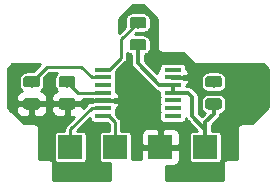
<source format=gbr>
G04 #@! TF.GenerationSoftware,KiCad,Pcbnew,(5.1.2)-2*
G04 #@! TF.CreationDate,2019-12-09T19:24:06+00:00*
G04 #@! TF.ProjectId,encoder_pcb,656e636f-6465-4725-9f70-63622e6b6963,rev?*
G04 #@! TF.SameCoordinates,Original*
G04 #@! TF.FileFunction,Copper,L1,Top*
G04 #@! TF.FilePolarity,Positive*
%FSLAX46Y46*%
G04 Gerber Fmt 4.6, Leading zero omitted, Abs format (unit mm)*
G04 Created by KiCad (PCBNEW (5.1.2)-2) date 2019-12-09 19:24:06*
%MOMM*%
%LPD*%
G04 APERTURE LIST*
%ADD10R,2.000000X2.000000*%
%ADD11R,1.475000X0.450000*%
%ADD12C,0.100000*%
%ADD13C,0.975000*%
%ADD14C,0.375000*%
%ADD15C,0.250000*%
%ADD16C,0.254000*%
G04 APERTURE END LIST*
D10*
X104285000Y-118600000D03*
X108095000Y-118600000D03*
X111905000Y-118600000D03*
X115715000Y-118600000D03*
D11*
X112938000Y-112050000D03*
X112938000Y-112700000D03*
X112938000Y-113350000D03*
X112938000Y-114000000D03*
X112938000Y-114650000D03*
X112938000Y-115300000D03*
X112938000Y-115950000D03*
X107062000Y-115950000D03*
X107062000Y-115300000D03*
X107062000Y-114650000D03*
X107062000Y-114000000D03*
X107062000Y-113350000D03*
X107062000Y-112700000D03*
X107062000Y-112050000D03*
D12*
G36*
X104480142Y-114451174D02*
G01*
X104503803Y-114454684D01*
X104527007Y-114460496D01*
X104549529Y-114468554D01*
X104571153Y-114478782D01*
X104591670Y-114491079D01*
X104610883Y-114505329D01*
X104628607Y-114521393D01*
X104644671Y-114539117D01*
X104658921Y-114558330D01*
X104671218Y-114578847D01*
X104681446Y-114600471D01*
X104689504Y-114622993D01*
X104695316Y-114646197D01*
X104698826Y-114669858D01*
X104700000Y-114693750D01*
X104700000Y-115181250D01*
X104698826Y-115205142D01*
X104695316Y-115228803D01*
X104689504Y-115252007D01*
X104681446Y-115274529D01*
X104671218Y-115296153D01*
X104658921Y-115316670D01*
X104644671Y-115335883D01*
X104628607Y-115353607D01*
X104610883Y-115369671D01*
X104591670Y-115383921D01*
X104571153Y-115396218D01*
X104549529Y-115406446D01*
X104527007Y-115414504D01*
X104503803Y-115420316D01*
X104480142Y-115423826D01*
X104456250Y-115425000D01*
X103543750Y-115425000D01*
X103519858Y-115423826D01*
X103496197Y-115420316D01*
X103472993Y-115414504D01*
X103450471Y-115406446D01*
X103428847Y-115396218D01*
X103408330Y-115383921D01*
X103389117Y-115369671D01*
X103371393Y-115353607D01*
X103355329Y-115335883D01*
X103341079Y-115316670D01*
X103328782Y-115296153D01*
X103318554Y-115274529D01*
X103310496Y-115252007D01*
X103304684Y-115228803D01*
X103301174Y-115205142D01*
X103300000Y-115181250D01*
X103300000Y-114693750D01*
X103301174Y-114669858D01*
X103304684Y-114646197D01*
X103310496Y-114622993D01*
X103318554Y-114600471D01*
X103328782Y-114578847D01*
X103341079Y-114558330D01*
X103355329Y-114539117D01*
X103371393Y-114521393D01*
X103389117Y-114505329D01*
X103408330Y-114491079D01*
X103428847Y-114478782D01*
X103450471Y-114468554D01*
X103472993Y-114460496D01*
X103496197Y-114454684D01*
X103519858Y-114451174D01*
X103543750Y-114450000D01*
X104456250Y-114450000D01*
X104480142Y-114451174D01*
X104480142Y-114451174D01*
G37*
D13*
X104000000Y-114937500D03*
D12*
G36*
X104480142Y-112576174D02*
G01*
X104503803Y-112579684D01*
X104527007Y-112585496D01*
X104549529Y-112593554D01*
X104571153Y-112603782D01*
X104591670Y-112616079D01*
X104610883Y-112630329D01*
X104628607Y-112646393D01*
X104644671Y-112664117D01*
X104658921Y-112683330D01*
X104671218Y-112703847D01*
X104681446Y-112725471D01*
X104689504Y-112747993D01*
X104695316Y-112771197D01*
X104698826Y-112794858D01*
X104700000Y-112818750D01*
X104700000Y-113306250D01*
X104698826Y-113330142D01*
X104695316Y-113353803D01*
X104689504Y-113377007D01*
X104681446Y-113399529D01*
X104671218Y-113421153D01*
X104658921Y-113441670D01*
X104644671Y-113460883D01*
X104628607Y-113478607D01*
X104610883Y-113494671D01*
X104591670Y-113508921D01*
X104571153Y-113521218D01*
X104549529Y-113531446D01*
X104527007Y-113539504D01*
X104503803Y-113545316D01*
X104480142Y-113548826D01*
X104456250Y-113550000D01*
X103543750Y-113550000D01*
X103519858Y-113548826D01*
X103496197Y-113545316D01*
X103472993Y-113539504D01*
X103450471Y-113531446D01*
X103428847Y-113521218D01*
X103408330Y-113508921D01*
X103389117Y-113494671D01*
X103371393Y-113478607D01*
X103355329Y-113460883D01*
X103341079Y-113441670D01*
X103328782Y-113421153D01*
X103318554Y-113399529D01*
X103310496Y-113377007D01*
X103304684Y-113353803D01*
X103301174Y-113330142D01*
X103300000Y-113306250D01*
X103300000Y-112818750D01*
X103301174Y-112794858D01*
X103304684Y-112771197D01*
X103310496Y-112747993D01*
X103318554Y-112725471D01*
X103328782Y-112703847D01*
X103341079Y-112683330D01*
X103355329Y-112664117D01*
X103371393Y-112646393D01*
X103389117Y-112630329D01*
X103408330Y-112616079D01*
X103428847Y-112603782D01*
X103450471Y-112593554D01*
X103472993Y-112585496D01*
X103496197Y-112579684D01*
X103519858Y-112576174D01*
X103543750Y-112575000D01*
X104456250Y-112575000D01*
X104480142Y-112576174D01*
X104480142Y-112576174D01*
G37*
D13*
X104000000Y-113062500D03*
D12*
G36*
X101480142Y-114451174D02*
G01*
X101503803Y-114454684D01*
X101527007Y-114460496D01*
X101549529Y-114468554D01*
X101571153Y-114478782D01*
X101591670Y-114491079D01*
X101610883Y-114505329D01*
X101628607Y-114521393D01*
X101644671Y-114539117D01*
X101658921Y-114558330D01*
X101671218Y-114578847D01*
X101681446Y-114600471D01*
X101689504Y-114622993D01*
X101695316Y-114646197D01*
X101698826Y-114669858D01*
X101700000Y-114693750D01*
X101700000Y-115181250D01*
X101698826Y-115205142D01*
X101695316Y-115228803D01*
X101689504Y-115252007D01*
X101681446Y-115274529D01*
X101671218Y-115296153D01*
X101658921Y-115316670D01*
X101644671Y-115335883D01*
X101628607Y-115353607D01*
X101610883Y-115369671D01*
X101591670Y-115383921D01*
X101571153Y-115396218D01*
X101549529Y-115406446D01*
X101527007Y-115414504D01*
X101503803Y-115420316D01*
X101480142Y-115423826D01*
X101456250Y-115425000D01*
X100543750Y-115425000D01*
X100519858Y-115423826D01*
X100496197Y-115420316D01*
X100472993Y-115414504D01*
X100450471Y-115406446D01*
X100428847Y-115396218D01*
X100408330Y-115383921D01*
X100389117Y-115369671D01*
X100371393Y-115353607D01*
X100355329Y-115335883D01*
X100341079Y-115316670D01*
X100328782Y-115296153D01*
X100318554Y-115274529D01*
X100310496Y-115252007D01*
X100304684Y-115228803D01*
X100301174Y-115205142D01*
X100300000Y-115181250D01*
X100300000Y-114693750D01*
X100301174Y-114669858D01*
X100304684Y-114646197D01*
X100310496Y-114622993D01*
X100318554Y-114600471D01*
X100328782Y-114578847D01*
X100341079Y-114558330D01*
X100355329Y-114539117D01*
X100371393Y-114521393D01*
X100389117Y-114505329D01*
X100408330Y-114491079D01*
X100428847Y-114478782D01*
X100450471Y-114468554D01*
X100472993Y-114460496D01*
X100496197Y-114454684D01*
X100519858Y-114451174D01*
X100543750Y-114450000D01*
X101456250Y-114450000D01*
X101480142Y-114451174D01*
X101480142Y-114451174D01*
G37*
D13*
X101000000Y-114937500D03*
D12*
G36*
X101480142Y-112576174D02*
G01*
X101503803Y-112579684D01*
X101527007Y-112585496D01*
X101549529Y-112593554D01*
X101571153Y-112603782D01*
X101591670Y-112616079D01*
X101610883Y-112630329D01*
X101628607Y-112646393D01*
X101644671Y-112664117D01*
X101658921Y-112683330D01*
X101671218Y-112703847D01*
X101681446Y-112725471D01*
X101689504Y-112747993D01*
X101695316Y-112771197D01*
X101698826Y-112794858D01*
X101700000Y-112818750D01*
X101700000Y-113306250D01*
X101698826Y-113330142D01*
X101695316Y-113353803D01*
X101689504Y-113377007D01*
X101681446Y-113399529D01*
X101671218Y-113421153D01*
X101658921Y-113441670D01*
X101644671Y-113460883D01*
X101628607Y-113478607D01*
X101610883Y-113494671D01*
X101591670Y-113508921D01*
X101571153Y-113521218D01*
X101549529Y-113531446D01*
X101527007Y-113539504D01*
X101503803Y-113545316D01*
X101480142Y-113548826D01*
X101456250Y-113550000D01*
X100543750Y-113550000D01*
X100519858Y-113548826D01*
X100496197Y-113545316D01*
X100472993Y-113539504D01*
X100450471Y-113531446D01*
X100428847Y-113521218D01*
X100408330Y-113508921D01*
X100389117Y-113494671D01*
X100371393Y-113478607D01*
X100355329Y-113460883D01*
X100341079Y-113441670D01*
X100328782Y-113421153D01*
X100318554Y-113399529D01*
X100310496Y-113377007D01*
X100304684Y-113353803D01*
X100301174Y-113330142D01*
X100300000Y-113306250D01*
X100300000Y-112818750D01*
X100301174Y-112794858D01*
X100304684Y-112771197D01*
X100310496Y-112747993D01*
X100318554Y-112725471D01*
X100328782Y-112703847D01*
X100341079Y-112683330D01*
X100355329Y-112664117D01*
X100371393Y-112646393D01*
X100389117Y-112630329D01*
X100408330Y-112616079D01*
X100428847Y-112603782D01*
X100450471Y-112593554D01*
X100472993Y-112585496D01*
X100496197Y-112579684D01*
X100519858Y-112576174D01*
X100543750Y-112575000D01*
X101456250Y-112575000D01*
X101480142Y-112576174D01*
X101480142Y-112576174D01*
G37*
D13*
X101000000Y-113062500D03*
D12*
G36*
X110480142Y-107576174D02*
G01*
X110503803Y-107579684D01*
X110527007Y-107585496D01*
X110549529Y-107593554D01*
X110571153Y-107603782D01*
X110591670Y-107616079D01*
X110610883Y-107630329D01*
X110628607Y-107646393D01*
X110644671Y-107664117D01*
X110658921Y-107683330D01*
X110671218Y-107703847D01*
X110681446Y-107725471D01*
X110689504Y-107747993D01*
X110695316Y-107771197D01*
X110698826Y-107794858D01*
X110700000Y-107818750D01*
X110700000Y-108306250D01*
X110698826Y-108330142D01*
X110695316Y-108353803D01*
X110689504Y-108377007D01*
X110681446Y-108399529D01*
X110671218Y-108421153D01*
X110658921Y-108441670D01*
X110644671Y-108460883D01*
X110628607Y-108478607D01*
X110610883Y-108494671D01*
X110591670Y-108508921D01*
X110571153Y-108521218D01*
X110549529Y-108531446D01*
X110527007Y-108539504D01*
X110503803Y-108545316D01*
X110480142Y-108548826D01*
X110456250Y-108550000D01*
X109543750Y-108550000D01*
X109519858Y-108548826D01*
X109496197Y-108545316D01*
X109472993Y-108539504D01*
X109450471Y-108531446D01*
X109428847Y-108521218D01*
X109408330Y-108508921D01*
X109389117Y-108494671D01*
X109371393Y-108478607D01*
X109355329Y-108460883D01*
X109341079Y-108441670D01*
X109328782Y-108421153D01*
X109318554Y-108399529D01*
X109310496Y-108377007D01*
X109304684Y-108353803D01*
X109301174Y-108330142D01*
X109300000Y-108306250D01*
X109300000Y-107818750D01*
X109301174Y-107794858D01*
X109304684Y-107771197D01*
X109310496Y-107747993D01*
X109318554Y-107725471D01*
X109328782Y-107703847D01*
X109341079Y-107683330D01*
X109355329Y-107664117D01*
X109371393Y-107646393D01*
X109389117Y-107630329D01*
X109408330Y-107616079D01*
X109428847Y-107603782D01*
X109450471Y-107593554D01*
X109472993Y-107585496D01*
X109496197Y-107579684D01*
X109519858Y-107576174D01*
X109543750Y-107575000D01*
X110456250Y-107575000D01*
X110480142Y-107576174D01*
X110480142Y-107576174D01*
G37*
D13*
X110000000Y-108062500D03*
D12*
G36*
X110480142Y-109451174D02*
G01*
X110503803Y-109454684D01*
X110527007Y-109460496D01*
X110549529Y-109468554D01*
X110571153Y-109478782D01*
X110591670Y-109491079D01*
X110610883Y-109505329D01*
X110628607Y-109521393D01*
X110644671Y-109539117D01*
X110658921Y-109558330D01*
X110671218Y-109578847D01*
X110681446Y-109600471D01*
X110689504Y-109622993D01*
X110695316Y-109646197D01*
X110698826Y-109669858D01*
X110700000Y-109693750D01*
X110700000Y-110181250D01*
X110698826Y-110205142D01*
X110695316Y-110228803D01*
X110689504Y-110252007D01*
X110681446Y-110274529D01*
X110671218Y-110296153D01*
X110658921Y-110316670D01*
X110644671Y-110335883D01*
X110628607Y-110353607D01*
X110610883Y-110369671D01*
X110591670Y-110383921D01*
X110571153Y-110396218D01*
X110549529Y-110406446D01*
X110527007Y-110414504D01*
X110503803Y-110420316D01*
X110480142Y-110423826D01*
X110456250Y-110425000D01*
X109543750Y-110425000D01*
X109519858Y-110423826D01*
X109496197Y-110420316D01*
X109472993Y-110414504D01*
X109450471Y-110406446D01*
X109428847Y-110396218D01*
X109408330Y-110383921D01*
X109389117Y-110369671D01*
X109371393Y-110353607D01*
X109355329Y-110335883D01*
X109341079Y-110316670D01*
X109328782Y-110296153D01*
X109318554Y-110274529D01*
X109310496Y-110252007D01*
X109304684Y-110228803D01*
X109301174Y-110205142D01*
X109300000Y-110181250D01*
X109300000Y-109693750D01*
X109301174Y-109669858D01*
X109304684Y-109646197D01*
X109310496Y-109622993D01*
X109318554Y-109600471D01*
X109328782Y-109578847D01*
X109341079Y-109558330D01*
X109355329Y-109539117D01*
X109371393Y-109521393D01*
X109389117Y-109505329D01*
X109408330Y-109491079D01*
X109428847Y-109478782D01*
X109450471Y-109468554D01*
X109472993Y-109460496D01*
X109496197Y-109454684D01*
X109519858Y-109451174D01*
X109543750Y-109450000D01*
X110456250Y-109450000D01*
X110480142Y-109451174D01*
X110480142Y-109451174D01*
G37*
D13*
X110000000Y-109937500D03*
D12*
G36*
X116880142Y-112576174D02*
G01*
X116903803Y-112579684D01*
X116927007Y-112585496D01*
X116949529Y-112593554D01*
X116971153Y-112603782D01*
X116991670Y-112616079D01*
X117010883Y-112630329D01*
X117028607Y-112646393D01*
X117044671Y-112664117D01*
X117058921Y-112683330D01*
X117071218Y-112703847D01*
X117081446Y-112725471D01*
X117089504Y-112747993D01*
X117095316Y-112771197D01*
X117098826Y-112794858D01*
X117100000Y-112818750D01*
X117100000Y-113306250D01*
X117098826Y-113330142D01*
X117095316Y-113353803D01*
X117089504Y-113377007D01*
X117081446Y-113399529D01*
X117071218Y-113421153D01*
X117058921Y-113441670D01*
X117044671Y-113460883D01*
X117028607Y-113478607D01*
X117010883Y-113494671D01*
X116991670Y-113508921D01*
X116971153Y-113521218D01*
X116949529Y-113531446D01*
X116927007Y-113539504D01*
X116903803Y-113545316D01*
X116880142Y-113548826D01*
X116856250Y-113550000D01*
X115943750Y-113550000D01*
X115919858Y-113548826D01*
X115896197Y-113545316D01*
X115872993Y-113539504D01*
X115850471Y-113531446D01*
X115828847Y-113521218D01*
X115808330Y-113508921D01*
X115789117Y-113494671D01*
X115771393Y-113478607D01*
X115755329Y-113460883D01*
X115741079Y-113441670D01*
X115728782Y-113421153D01*
X115718554Y-113399529D01*
X115710496Y-113377007D01*
X115704684Y-113353803D01*
X115701174Y-113330142D01*
X115700000Y-113306250D01*
X115700000Y-112818750D01*
X115701174Y-112794858D01*
X115704684Y-112771197D01*
X115710496Y-112747993D01*
X115718554Y-112725471D01*
X115728782Y-112703847D01*
X115741079Y-112683330D01*
X115755329Y-112664117D01*
X115771393Y-112646393D01*
X115789117Y-112630329D01*
X115808330Y-112616079D01*
X115828847Y-112603782D01*
X115850471Y-112593554D01*
X115872993Y-112585496D01*
X115896197Y-112579684D01*
X115919858Y-112576174D01*
X115943750Y-112575000D01*
X116856250Y-112575000D01*
X116880142Y-112576174D01*
X116880142Y-112576174D01*
G37*
D13*
X116400000Y-113062500D03*
D12*
G36*
X116880142Y-114451174D02*
G01*
X116903803Y-114454684D01*
X116927007Y-114460496D01*
X116949529Y-114468554D01*
X116971153Y-114478782D01*
X116991670Y-114491079D01*
X117010883Y-114505329D01*
X117028607Y-114521393D01*
X117044671Y-114539117D01*
X117058921Y-114558330D01*
X117071218Y-114578847D01*
X117081446Y-114600471D01*
X117089504Y-114622993D01*
X117095316Y-114646197D01*
X117098826Y-114669858D01*
X117100000Y-114693750D01*
X117100000Y-115181250D01*
X117098826Y-115205142D01*
X117095316Y-115228803D01*
X117089504Y-115252007D01*
X117081446Y-115274529D01*
X117071218Y-115296153D01*
X117058921Y-115316670D01*
X117044671Y-115335883D01*
X117028607Y-115353607D01*
X117010883Y-115369671D01*
X116991670Y-115383921D01*
X116971153Y-115396218D01*
X116949529Y-115406446D01*
X116927007Y-115414504D01*
X116903803Y-115420316D01*
X116880142Y-115423826D01*
X116856250Y-115425000D01*
X115943750Y-115425000D01*
X115919858Y-115423826D01*
X115896197Y-115420316D01*
X115872993Y-115414504D01*
X115850471Y-115406446D01*
X115828847Y-115396218D01*
X115808330Y-115383921D01*
X115789117Y-115369671D01*
X115771393Y-115353607D01*
X115755329Y-115335883D01*
X115741079Y-115316670D01*
X115728782Y-115296153D01*
X115718554Y-115274529D01*
X115710496Y-115252007D01*
X115704684Y-115228803D01*
X115701174Y-115205142D01*
X115700000Y-115181250D01*
X115700000Y-114693750D01*
X115701174Y-114669858D01*
X115704684Y-114646197D01*
X115710496Y-114622993D01*
X115718554Y-114600471D01*
X115728782Y-114578847D01*
X115741079Y-114558330D01*
X115755329Y-114539117D01*
X115771393Y-114521393D01*
X115789117Y-114505329D01*
X115808330Y-114491079D01*
X115828847Y-114478782D01*
X115850471Y-114468554D01*
X115872993Y-114460496D01*
X115896197Y-114454684D01*
X115919858Y-114451174D01*
X115943750Y-114450000D01*
X116856250Y-114450000D01*
X116880142Y-114451174D01*
X116880142Y-114451174D01*
G37*
D13*
X116400000Y-114937500D03*
D14*
X112938000Y-113350000D02*
X112938000Y-114000000D01*
X112938000Y-114000000D02*
X114200000Y-114000000D01*
X114200000Y-114000000D02*
X114600000Y-114400000D01*
X114600000Y-114400000D02*
X114600000Y-116000000D01*
X115715000Y-117115000D02*
X115715000Y-118600000D01*
X114600000Y-116000000D02*
X115715000Y-117115000D01*
X115715000Y-117115000D02*
X115715000Y-116485000D01*
X115715000Y-116485000D02*
X116400000Y-115800000D01*
X116400000Y-115800000D02*
X116400000Y-114937500D01*
X111825500Y-113350000D02*
X112938000Y-113350000D01*
X110000000Y-111524500D02*
X111825500Y-113350000D01*
X110000000Y-109937500D02*
X110000000Y-111524500D01*
D15*
X107062000Y-115950000D02*
X107550000Y-115950000D01*
X108095000Y-116495000D02*
X108095000Y-118600000D01*
X107550000Y-115950000D02*
X108095000Y-116495000D01*
X104285000Y-117350000D02*
X104285000Y-118600000D01*
X104285000Y-117089500D02*
X104285000Y-117350000D01*
X106074500Y-115300000D02*
X104285000Y-117089500D01*
X107062000Y-115300000D02*
X106074500Y-115300000D01*
X104937500Y-114000000D02*
X107062000Y-114000000D01*
X104000000Y-113062500D02*
X104937500Y-114000000D01*
X110000000Y-108062500D02*
X108600000Y-109462500D01*
X108600000Y-109462500D02*
X108600000Y-111024500D01*
X107574500Y-112050000D02*
X107062000Y-112050000D01*
X108600000Y-111024500D02*
X107574500Y-112050000D01*
X106074500Y-112700000D02*
X105174500Y-111800000D01*
X107062000Y-112700000D02*
X106074500Y-112700000D01*
X102262500Y-111800000D02*
X101000000Y-113062500D01*
X105174500Y-111800000D02*
X102262500Y-111800000D01*
D16*
G36*
X111594001Y-107768171D02*
G01*
X111594000Y-110180059D01*
X111592036Y-110200000D01*
X111599875Y-110279590D01*
X111623090Y-110356121D01*
X111660790Y-110426653D01*
X111711526Y-110488474D01*
X111773347Y-110539210D01*
X111843879Y-110576910D01*
X111920410Y-110600125D01*
X111936828Y-110601742D01*
X112000000Y-110607964D01*
X112019940Y-110606000D01*
X113831831Y-110606000D01*
X114698813Y-111472984D01*
X114711526Y-111488474D01*
X114727013Y-111501184D01*
X114727015Y-111501186D01*
X114773347Y-111539210D01*
X114843878Y-111576910D01*
X114920410Y-111600125D01*
X115000000Y-111607964D01*
X115019941Y-111606000D01*
X120631831Y-111606000D01*
X120994001Y-111968172D01*
X120994000Y-115231830D01*
X119631831Y-116594000D01*
X118819941Y-116594000D01*
X118800000Y-116592036D01*
X118780060Y-116594000D01*
X118780059Y-116594000D01*
X118720410Y-116599875D01*
X118643879Y-116623090D01*
X118573347Y-116660790D01*
X118511526Y-116711526D01*
X118460790Y-116773347D01*
X118423090Y-116843879D01*
X118399875Y-116920410D01*
X118392036Y-117000000D01*
X118394001Y-117019951D01*
X118394000Y-119594000D01*
X117619941Y-119594000D01*
X117600000Y-119592036D01*
X117580060Y-119594000D01*
X117580059Y-119594000D01*
X117520410Y-119599875D01*
X117443879Y-119623090D01*
X117373347Y-119660790D01*
X117311526Y-119711526D01*
X117260790Y-119773347D01*
X117223090Y-119843879D01*
X117199875Y-119920410D01*
X117192036Y-120000000D01*
X117194001Y-120019951D01*
X117194000Y-121394000D01*
X112406000Y-121394000D01*
X112406000Y-120235926D01*
X112905000Y-120238072D01*
X113029482Y-120225812D01*
X113149180Y-120189502D01*
X113259494Y-120130537D01*
X113356185Y-120051185D01*
X113435537Y-119954494D01*
X113494502Y-119844180D01*
X113530812Y-119724482D01*
X113543072Y-119600000D01*
X113540000Y-118885750D01*
X113381250Y-118727000D01*
X112032000Y-118727000D01*
X112032000Y-118747000D01*
X111778000Y-118747000D01*
X111778000Y-118727000D01*
X110428750Y-118727000D01*
X110270000Y-118885750D01*
X110266954Y-119594000D01*
X109477843Y-119594000D01*
X109477843Y-117600000D01*
X110266928Y-117600000D01*
X110270000Y-118314250D01*
X110428750Y-118473000D01*
X111778000Y-118473000D01*
X111778000Y-117123750D01*
X112032000Y-117123750D01*
X112032000Y-118473000D01*
X113381250Y-118473000D01*
X113540000Y-118314250D01*
X113543072Y-117600000D01*
X113530812Y-117475518D01*
X113494502Y-117355820D01*
X113435537Y-117245506D01*
X113356185Y-117148815D01*
X113259494Y-117069463D01*
X113149180Y-117010498D01*
X113029482Y-116974188D01*
X112905000Y-116961928D01*
X112190750Y-116965000D01*
X112032000Y-117123750D01*
X111778000Y-117123750D01*
X111619250Y-116965000D01*
X110905000Y-116961928D01*
X110780518Y-116974188D01*
X110660820Y-117010498D01*
X110550506Y-117069463D01*
X110453815Y-117148815D01*
X110374463Y-117245506D01*
X110315498Y-117355820D01*
X110279188Y-117475518D01*
X110266928Y-117600000D01*
X109477843Y-117600000D01*
X109470487Y-117525311D01*
X109448701Y-117453492D01*
X109413322Y-117387304D01*
X109365711Y-117329289D01*
X109307696Y-117281678D01*
X109241508Y-117246299D01*
X109169689Y-117224513D01*
X109095000Y-117217157D01*
X108601000Y-117217157D01*
X108601000Y-116519845D01*
X108603447Y-116494999D01*
X108601000Y-116470153D01*
X108601000Y-116470146D01*
X108593678Y-116395807D01*
X108589565Y-116382246D01*
X108582899Y-116360274D01*
X108564745Y-116300425D01*
X108517759Y-116212521D01*
X108454527Y-116135473D01*
X108435220Y-116119628D01*
X108182343Y-115866751D01*
X108182343Y-115725000D01*
X108174987Y-115650311D01*
X108167309Y-115625000D01*
X108174987Y-115599689D01*
X108182343Y-115525000D01*
X108182343Y-115381866D01*
X108243846Y-115332922D01*
X108324644Y-115237436D01*
X108385261Y-115128021D01*
X108423368Y-115008883D01*
X108434500Y-114906750D01*
X108275750Y-114748000D01*
X107995961Y-114748000D01*
X107946008Y-114721299D01*
X107874189Y-114699513D01*
X107799500Y-114692157D01*
X106324500Y-114692157D01*
X106249811Y-114699513D01*
X106177992Y-114721299D01*
X106128039Y-114748000D01*
X105848250Y-114748000D01*
X105689500Y-114906750D01*
X105695658Y-114963250D01*
X105336510Y-115322399D01*
X105335000Y-115223250D01*
X105176250Y-115064500D01*
X104127000Y-115064500D01*
X104127000Y-115901250D01*
X104285750Y-116060000D01*
X104596603Y-116062305D01*
X103944785Y-116714124D01*
X103925473Y-116729973D01*
X103862241Y-116807021D01*
X103815255Y-116894926D01*
X103786322Y-116990308D01*
X103779000Y-117064647D01*
X103779000Y-117064654D01*
X103776553Y-117089500D01*
X103779000Y-117114346D01*
X103779000Y-117217157D01*
X103285000Y-117217157D01*
X103210311Y-117224513D01*
X103138492Y-117246299D01*
X103072304Y-117281678D01*
X103014289Y-117329289D01*
X102966678Y-117387304D01*
X102931299Y-117453492D01*
X102909513Y-117525311D01*
X102902157Y-117600000D01*
X102902157Y-119600000D01*
X102909513Y-119674689D01*
X102931299Y-119746508D01*
X102966678Y-119812696D01*
X103014289Y-119870711D01*
X103072304Y-119918322D01*
X103138492Y-119953701D01*
X103210311Y-119975487D01*
X103285000Y-119982843D01*
X105285000Y-119982843D01*
X105359689Y-119975487D01*
X105431508Y-119953701D01*
X105497696Y-119918322D01*
X105555711Y-119870711D01*
X105603322Y-119812696D01*
X105638701Y-119746508D01*
X105660487Y-119674689D01*
X105667843Y-119600000D01*
X105667843Y-117600000D01*
X105660487Y-117525311D01*
X105638701Y-117453492D01*
X105603322Y-117387304D01*
X105555711Y-117329289D01*
X105497696Y-117281678D01*
X105431508Y-117246299D01*
X105359689Y-117224513D01*
X105285000Y-117217157D01*
X104872934Y-117217157D01*
X105941657Y-116148435D01*
X105941657Y-116175000D01*
X105949013Y-116249689D01*
X105970799Y-116321508D01*
X106006178Y-116387696D01*
X106053789Y-116445711D01*
X106111804Y-116493322D01*
X106177992Y-116528701D01*
X106249811Y-116550487D01*
X106324500Y-116557843D01*
X107442252Y-116557843D01*
X107589000Y-116704592D01*
X107589000Y-117217157D01*
X107095000Y-117217157D01*
X107020311Y-117224513D01*
X106948492Y-117246299D01*
X106882304Y-117281678D01*
X106824289Y-117329289D01*
X106776678Y-117387304D01*
X106741299Y-117453492D01*
X106719513Y-117525311D01*
X106712157Y-117600000D01*
X106712157Y-119600000D01*
X106719513Y-119674689D01*
X106741299Y-119746508D01*
X106776678Y-119812696D01*
X106824289Y-119870711D01*
X106882304Y-119918322D01*
X106948492Y-119953701D01*
X107020311Y-119975487D01*
X107095000Y-119982843D01*
X107593726Y-119982843D01*
X107592036Y-120000000D01*
X107594000Y-120019940D01*
X107594001Y-121394000D01*
X102806000Y-121394000D01*
X102806000Y-120019940D01*
X102807964Y-120000000D01*
X102800125Y-119920410D01*
X102776910Y-119843879D01*
X102739210Y-119773347D01*
X102688474Y-119711526D01*
X102626653Y-119660790D01*
X102556121Y-119623090D01*
X102479590Y-119599875D01*
X102419941Y-119594000D01*
X102419940Y-119594000D01*
X102400000Y-119592036D01*
X102380059Y-119594000D01*
X101606000Y-119594000D01*
X101606000Y-117019941D01*
X101607964Y-117000000D01*
X101600125Y-116920410D01*
X101576910Y-116843879D01*
X101539210Y-116773347D01*
X101488474Y-116711526D01*
X101426653Y-116660790D01*
X101356121Y-116623090D01*
X101279590Y-116599875D01*
X101219941Y-116594000D01*
X101200000Y-116592036D01*
X101180060Y-116594000D01*
X100368170Y-116594000D01*
X99199170Y-115425000D01*
X99661928Y-115425000D01*
X99674188Y-115549482D01*
X99710498Y-115669180D01*
X99769463Y-115779494D01*
X99848815Y-115876185D01*
X99945506Y-115955537D01*
X100055820Y-116014502D01*
X100175518Y-116050812D01*
X100300000Y-116063072D01*
X100714250Y-116060000D01*
X100873000Y-115901250D01*
X100873000Y-115064500D01*
X101127000Y-115064500D01*
X101127000Y-115901250D01*
X101285750Y-116060000D01*
X101700000Y-116063072D01*
X101824482Y-116050812D01*
X101944180Y-116014502D01*
X102054494Y-115955537D01*
X102151185Y-115876185D01*
X102230537Y-115779494D01*
X102289502Y-115669180D01*
X102325812Y-115549482D01*
X102338072Y-115425000D01*
X102661928Y-115425000D01*
X102674188Y-115549482D01*
X102710498Y-115669180D01*
X102769463Y-115779494D01*
X102848815Y-115876185D01*
X102945506Y-115955537D01*
X103055820Y-116014502D01*
X103175518Y-116050812D01*
X103300000Y-116063072D01*
X103714250Y-116060000D01*
X103873000Y-115901250D01*
X103873000Y-115064500D01*
X102823750Y-115064500D01*
X102665000Y-115223250D01*
X102661928Y-115425000D01*
X102338072Y-115425000D01*
X102335000Y-115223250D01*
X102176250Y-115064500D01*
X101127000Y-115064500D01*
X100873000Y-115064500D01*
X99823750Y-115064500D01*
X99665000Y-115223250D01*
X99661928Y-115425000D01*
X99199170Y-115425000D01*
X99006000Y-115231831D01*
X99006000Y-111968169D01*
X99368171Y-111606000D01*
X101740908Y-111606000D01*
X101154752Y-112192157D01*
X100543750Y-112192157D01*
X100421508Y-112204197D01*
X100303963Y-112239854D01*
X100195634Y-112297757D01*
X100100682Y-112375682D01*
X100022757Y-112470634D01*
X99964854Y-112578963D01*
X99929197Y-112696508D01*
X99917157Y-112818750D01*
X99917157Y-113306250D01*
X99929197Y-113428492D01*
X99964854Y-113546037D01*
X100022757Y-113654366D01*
X100100682Y-113749318D01*
X100190155Y-113822746D01*
X100175518Y-113824188D01*
X100055820Y-113860498D01*
X99945506Y-113919463D01*
X99848815Y-113998815D01*
X99769463Y-114095506D01*
X99710498Y-114205820D01*
X99674188Y-114325518D01*
X99661928Y-114450000D01*
X99665000Y-114651750D01*
X99823750Y-114810500D01*
X100873000Y-114810500D01*
X100873000Y-114790500D01*
X101127000Y-114790500D01*
X101127000Y-114810500D01*
X102176250Y-114810500D01*
X102335000Y-114651750D01*
X102338072Y-114450000D01*
X102325812Y-114325518D01*
X102289502Y-114205820D01*
X102230537Y-114095506D01*
X102151185Y-113998815D01*
X102054494Y-113919463D01*
X101944180Y-113860498D01*
X101824482Y-113824188D01*
X101809845Y-113822746D01*
X101899318Y-113749318D01*
X101977243Y-113654366D01*
X102035146Y-113546037D01*
X102070803Y-113428492D01*
X102082843Y-113306250D01*
X102082843Y-112818750D01*
X102071770Y-112706322D01*
X102472092Y-112306000D01*
X103185590Y-112306000D01*
X103100682Y-112375682D01*
X103022757Y-112470634D01*
X102964854Y-112578963D01*
X102929197Y-112696508D01*
X102917157Y-112818750D01*
X102917157Y-113306250D01*
X102929197Y-113428492D01*
X102964854Y-113546037D01*
X103022757Y-113654366D01*
X103100682Y-113749318D01*
X103190155Y-113822746D01*
X103175518Y-113824188D01*
X103055820Y-113860498D01*
X102945506Y-113919463D01*
X102848815Y-113998815D01*
X102769463Y-114095506D01*
X102710498Y-114205820D01*
X102674188Y-114325518D01*
X102661928Y-114450000D01*
X102665000Y-114651750D01*
X102823750Y-114810500D01*
X103873000Y-114810500D01*
X103873000Y-114790500D01*
X104127000Y-114790500D01*
X104127000Y-114810500D01*
X105176250Y-114810500D01*
X105335000Y-114651750D01*
X105337219Y-114506000D01*
X105802250Y-114506000D01*
X105848250Y-114552000D01*
X106128039Y-114552000D01*
X106177992Y-114578701D01*
X106249811Y-114600487D01*
X106324500Y-114607843D01*
X107799500Y-114607843D01*
X107874189Y-114600487D01*
X107946008Y-114578701D01*
X107995961Y-114552000D01*
X108275750Y-114552000D01*
X108434500Y-114393250D01*
X108423368Y-114291117D01*
X108385261Y-114171979D01*
X108324644Y-114062564D01*
X108243846Y-113967078D01*
X108182343Y-113918134D01*
X108182343Y-113775000D01*
X108174987Y-113700311D01*
X108167309Y-113675000D01*
X108174987Y-113649689D01*
X108182343Y-113575000D01*
X108182343Y-113125000D01*
X108174987Y-113050311D01*
X108167309Y-113025000D01*
X108174987Y-112999689D01*
X108182343Y-112925000D01*
X108182343Y-112475000D01*
X108174987Y-112400311D01*
X108167309Y-112375000D01*
X108174987Y-112349689D01*
X108182343Y-112275000D01*
X108182343Y-112157748D01*
X108940220Y-111399872D01*
X108959527Y-111384027D01*
X109022759Y-111306979D01*
X109069745Y-111219075D01*
X109098678Y-111123693D01*
X109106000Y-111049354D01*
X109106000Y-111049347D01*
X109108447Y-111024501D01*
X109106000Y-110999655D01*
X109106000Y-110628682D01*
X109195634Y-110702243D01*
X109303963Y-110760146D01*
X109421508Y-110795803D01*
X109431501Y-110796787D01*
X109431501Y-111496571D01*
X109428750Y-111524500D01*
X109439727Y-111635945D01*
X109472234Y-111743107D01*
X109525023Y-111841870D01*
X109578266Y-111906746D01*
X109578269Y-111906749D01*
X109596066Y-111928435D01*
X109617752Y-111946232D01*
X111403768Y-113732249D01*
X111421565Y-113753935D01*
X111443251Y-113771732D01*
X111443253Y-113771734D01*
X111508130Y-113824977D01*
X111535724Y-113839726D01*
X111606892Y-113877766D01*
X111714055Y-113910274D01*
X111797578Y-113918500D01*
X111797580Y-113918500D01*
X111817657Y-113920477D01*
X111817657Y-114225000D01*
X111825013Y-114299689D01*
X111832691Y-114325000D01*
X111825013Y-114350311D01*
X111817657Y-114425000D01*
X111817657Y-114875000D01*
X111825013Y-114949689D01*
X111832691Y-114975000D01*
X111825013Y-115000311D01*
X111817657Y-115075000D01*
X111817657Y-115525000D01*
X111825013Y-115599689D01*
X111832691Y-115625000D01*
X111825013Y-115650311D01*
X111817657Y-115725000D01*
X111817657Y-116175000D01*
X111825013Y-116249689D01*
X111846799Y-116321508D01*
X111882178Y-116387696D01*
X111929789Y-116445711D01*
X111987804Y-116493322D01*
X112053992Y-116528701D01*
X112125811Y-116550487D01*
X112200500Y-116557843D01*
X113675500Y-116557843D01*
X113750189Y-116550487D01*
X113822008Y-116528701D01*
X113888196Y-116493322D01*
X113946211Y-116445711D01*
X113993822Y-116387696D01*
X114029201Y-116321508D01*
X114050987Y-116249689D01*
X114058343Y-116175000D01*
X114058343Y-116172814D01*
X114072234Y-116218607D01*
X114125023Y-116317370D01*
X114178266Y-116382246D01*
X114178269Y-116382249D01*
X114196066Y-116403935D01*
X114217752Y-116421732D01*
X115013177Y-117217157D01*
X114715000Y-117217157D01*
X114640311Y-117224513D01*
X114568492Y-117246299D01*
X114502304Y-117281678D01*
X114444289Y-117329289D01*
X114396678Y-117387304D01*
X114361299Y-117453492D01*
X114339513Y-117525311D01*
X114332157Y-117600000D01*
X114332157Y-119600000D01*
X114339513Y-119674689D01*
X114361299Y-119746508D01*
X114396678Y-119812696D01*
X114444289Y-119870711D01*
X114502304Y-119918322D01*
X114568492Y-119953701D01*
X114640311Y-119975487D01*
X114715000Y-119982843D01*
X116715000Y-119982843D01*
X116789689Y-119975487D01*
X116861508Y-119953701D01*
X116927696Y-119918322D01*
X116985711Y-119870711D01*
X117033322Y-119812696D01*
X117068701Y-119746508D01*
X117090487Y-119674689D01*
X117097843Y-119600000D01*
X117097843Y-117600000D01*
X117090487Y-117525311D01*
X117068701Y-117453492D01*
X117033322Y-117387304D01*
X116985711Y-117329289D01*
X116927696Y-117281678D01*
X116861508Y-117246299D01*
X116789689Y-117224513D01*
X116715000Y-117217157D01*
X116283500Y-117217157D01*
X116283500Y-117142919D01*
X116286250Y-117114999D01*
X116283500Y-117087078D01*
X116283500Y-116720480D01*
X116782243Y-116221737D01*
X116803935Y-116203935D01*
X116860120Y-116135473D01*
X116874976Y-116117371D01*
X116905641Y-116060000D01*
X116927766Y-116018608D01*
X116960274Y-115911445D01*
X116968500Y-115827922D01*
X116968500Y-115827921D01*
X116971250Y-115800001D01*
X116970910Y-115796550D01*
X116978492Y-115795803D01*
X117096037Y-115760146D01*
X117204366Y-115702243D01*
X117299318Y-115624318D01*
X117377243Y-115529366D01*
X117435146Y-115421037D01*
X117470803Y-115303492D01*
X117482843Y-115181250D01*
X117482843Y-114693750D01*
X117470803Y-114571508D01*
X117435146Y-114453963D01*
X117377243Y-114345634D01*
X117299318Y-114250682D01*
X117204366Y-114172757D01*
X117096037Y-114114854D01*
X116978492Y-114079197D01*
X116856250Y-114067157D01*
X115943750Y-114067157D01*
X115821508Y-114079197D01*
X115703963Y-114114854D01*
X115595634Y-114172757D01*
X115500682Y-114250682D01*
X115422757Y-114345634D01*
X115364854Y-114453963D01*
X115329197Y-114571508D01*
X115317157Y-114693750D01*
X115317157Y-115181250D01*
X115329197Y-115303492D01*
X115364854Y-115421037D01*
X115422757Y-115529366D01*
X115500682Y-115624318D01*
X115595634Y-115702243D01*
X115659591Y-115736429D01*
X115400000Y-115996020D01*
X115168500Y-115764520D01*
X115168500Y-114427916D01*
X115171250Y-114399999D01*
X115168500Y-114372078D01*
X115160274Y-114288555D01*
X115127766Y-114181392D01*
X115074977Y-114082631D01*
X115074976Y-114082629D01*
X115030079Y-114027922D01*
X115003935Y-113996065D01*
X114982243Y-113978263D01*
X114621737Y-113617757D01*
X114603935Y-113596065D01*
X114542975Y-113546037D01*
X114517370Y-113525023D01*
X114442974Y-113485258D01*
X114418608Y-113472234D01*
X114311445Y-113439726D01*
X114227922Y-113431500D01*
X114227920Y-113431500D01*
X114200000Y-113428750D01*
X114172080Y-113431500D01*
X114058803Y-113431500D01*
X114119846Y-113382922D01*
X114200644Y-113287436D01*
X114261261Y-113178021D01*
X114299368Y-113058883D01*
X114310500Y-112956750D01*
X114172500Y-112818750D01*
X115317157Y-112818750D01*
X115317157Y-113306250D01*
X115329197Y-113428492D01*
X115364854Y-113546037D01*
X115422757Y-113654366D01*
X115500682Y-113749318D01*
X115595634Y-113827243D01*
X115703963Y-113885146D01*
X115821508Y-113920803D01*
X115943750Y-113932843D01*
X116856250Y-113932843D01*
X116978492Y-113920803D01*
X117096037Y-113885146D01*
X117204366Y-113827243D01*
X117299318Y-113749318D01*
X117377243Y-113654366D01*
X117435146Y-113546037D01*
X117470803Y-113428492D01*
X117482843Y-113306250D01*
X117482843Y-112818750D01*
X117470803Y-112696508D01*
X117435146Y-112578963D01*
X117377243Y-112470634D01*
X117299318Y-112375682D01*
X117204366Y-112297757D01*
X117096037Y-112239854D01*
X116978492Y-112204197D01*
X116856250Y-112192157D01*
X115943750Y-112192157D01*
X115821508Y-112204197D01*
X115703963Y-112239854D01*
X115595634Y-112297757D01*
X115500682Y-112375682D01*
X115422757Y-112470634D01*
X115364854Y-112578963D01*
X115329197Y-112696508D01*
X115317157Y-112818750D01*
X114172500Y-112818750D01*
X114151750Y-112798000D01*
X113871961Y-112798000D01*
X113822008Y-112771299D01*
X113750189Y-112749513D01*
X113675500Y-112742157D01*
X112791000Y-112742157D01*
X112791000Y-112657843D01*
X113675500Y-112657843D01*
X113750189Y-112650487D01*
X113822008Y-112628701D01*
X113871961Y-112602000D01*
X114151750Y-112602000D01*
X114310500Y-112443250D01*
X114299368Y-112341117D01*
X114261261Y-112221979D01*
X114200644Y-112112564D01*
X114119846Y-112017078D01*
X114058343Y-111968134D01*
X114058343Y-111825000D01*
X114050987Y-111750311D01*
X114029201Y-111678492D01*
X113993822Y-111612304D01*
X113946211Y-111554289D01*
X113888196Y-111506678D01*
X113822008Y-111471299D01*
X113750189Y-111449513D01*
X113675500Y-111442157D01*
X112200500Y-111442157D01*
X112125811Y-111449513D01*
X112053992Y-111471299D01*
X111987804Y-111506678D01*
X111929789Y-111554289D01*
X111882178Y-111612304D01*
X111846799Y-111678492D01*
X111825013Y-111750311D01*
X111817657Y-111825000D01*
X111817657Y-111968134D01*
X111756154Y-112017078D01*
X111675356Y-112112564D01*
X111614739Y-112221979D01*
X111587287Y-112307806D01*
X110568500Y-111289020D01*
X110568500Y-110796787D01*
X110578492Y-110795803D01*
X110696037Y-110760146D01*
X110804366Y-110702243D01*
X110899318Y-110624318D01*
X110977243Y-110529366D01*
X111035146Y-110421037D01*
X111070803Y-110303492D01*
X111082843Y-110181250D01*
X111082843Y-109693750D01*
X111070803Y-109571508D01*
X111035146Y-109453963D01*
X110977243Y-109345634D01*
X110899318Y-109250682D01*
X110804366Y-109172757D01*
X110696037Y-109114854D01*
X110578492Y-109079197D01*
X110456250Y-109067157D01*
X109710935Y-109067157D01*
X109845249Y-108932843D01*
X110456250Y-108932843D01*
X110578492Y-108920803D01*
X110696037Y-108885146D01*
X110804366Y-108827243D01*
X110899318Y-108749318D01*
X110977243Y-108654366D01*
X111035146Y-108546037D01*
X111070803Y-108428492D01*
X111082843Y-108306250D01*
X111082843Y-107818750D01*
X111070803Y-107696508D01*
X111035146Y-107578963D01*
X110977243Y-107470634D01*
X110899318Y-107375682D01*
X110804366Y-107297757D01*
X110696037Y-107239854D01*
X110578492Y-107204197D01*
X110456250Y-107192157D01*
X109543750Y-107192157D01*
X109421508Y-107204197D01*
X109303963Y-107239854D01*
X109195634Y-107297757D01*
X109100682Y-107375682D01*
X109022757Y-107470634D01*
X108964854Y-107578963D01*
X108929197Y-107696508D01*
X108917157Y-107818750D01*
X108917157Y-108306250D01*
X108928230Y-108418678D01*
X108406000Y-108940909D01*
X108406000Y-107768169D01*
X109568170Y-106606000D01*
X110431831Y-106606000D01*
X111594001Y-107768171D01*
X111594001Y-107768171D01*
G37*
X111594001Y-107768171D02*
X111594000Y-110180059D01*
X111592036Y-110200000D01*
X111599875Y-110279590D01*
X111623090Y-110356121D01*
X111660790Y-110426653D01*
X111711526Y-110488474D01*
X111773347Y-110539210D01*
X111843879Y-110576910D01*
X111920410Y-110600125D01*
X111936828Y-110601742D01*
X112000000Y-110607964D01*
X112019940Y-110606000D01*
X113831831Y-110606000D01*
X114698813Y-111472984D01*
X114711526Y-111488474D01*
X114727013Y-111501184D01*
X114727015Y-111501186D01*
X114773347Y-111539210D01*
X114843878Y-111576910D01*
X114920410Y-111600125D01*
X115000000Y-111607964D01*
X115019941Y-111606000D01*
X120631831Y-111606000D01*
X120994001Y-111968172D01*
X120994000Y-115231830D01*
X119631831Y-116594000D01*
X118819941Y-116594000D01*
X118800000Y-116592036D01*
X118780060Y-116594000D01*
X118780059Y-116594000D01*
X118720410Y-116599875D01*
X118643879Y-116623090D01*
X118573347Y-116660790D01*
X118511526Y-116711526D01*
X118460790Y-116773347D01*
X118423090Y-116843879D01*
X118399875Y-116920410D01*
X118392036Y-117000000D01*
X118394001Y-117019951D01*
X118394000Y-119594000D01*
X117619941Y-119594000D01*
X117600000Y-119592036D01*
X117580060Y-119594000D01*
X117580059Y-119594000D01*
X117520410Y-119599875D01*
X117443879Y-119623090D01*
X117373347Y-119660790D01*
X117311526Y-119711526D01*
X117260790Y-119773347D01*
X117223090Y-119843879D01*
X117199875Y-119920410D01*
X117192036Y-120000000D01*
X117194001Y-120019951D01*
X117194000Y-121394000D01*
X112406000Y-121394000D01*
X112406000Y-120235926D01*
X112905000Y-120238072D01*
X113029482Y-120225812D01*
X113149180Y-120189502D01*
X113259494Y-120130537D01*
X113356185Y-120051185D01*
X113435537Y-119954494D01*
X113494502Y-119844180D01*
X113530812Y-119724482D01*
X113543072Y-119600000D01*
X113540000Y-118885750D01*
X113381250Y-118727000D01*
X112032000Y-118727000D01*
X112032000Y-118747000D01*
X111778000Y-118747000D01*
X111778000Y-118727000D01*
X110428750Y-118727000D01*
X110270000Y-118885750D01*
X110266954Y-119594000D01*
X109477843Y-119594000D01*
X109477843Y-117600000D01*
X110266928Y-117600000D01*
X110270000Y-118314250D01*
X110428750Y-118473000D01*
X111778000Y-118473000D01*
X111778000Y-117123750D01*
X112032000Y-117123750D01*
X112032000Y-118473000D01*
X113381250Y-118473000D01*
X113540000Y-118314250D01*
X113543072Y-117600000D01*
X113530812Y-117475518D01*
X113494502Y-117355820D01*
X113435537Y-117245506D01*
X113356185Y-117148815D01*
X113259494Y-117069463D01*
X113149180Y-117010498D01*
X113029482Y-116974188D01*
X112905000Y-116961928D01*
X112190750Y-116965000D01*
X112032000Y-117123750D01*
X111778000Y-117123750D01*
X111619250Y-116965000D01*
X110905000Y-116961928D01*
X110780518Y-116974188D01*
X110660820Y-117010498D01*
X110550506Y-117069463D01*
X110453815Y-117148815D01*
X110374463Y-117245506D01*
X110315498Y-117355820D01*
X110279188Y-117475518D01*
X110266928Y-117600000D01*
X109477843Y-117600000D01*
X109470487Y-117525311D01*
X109448701Y-117453492D01*
X109413322Y-117387304D01*
X109365711Y-117329289D01*
X109307696Y-117281678D01*
X109241508Y-117246299D01*
X109169689Y-117224513D01*
X109095000Y-117217157D01*
X108601000Y-117217157D01*
X108601000Y-116519845D01*
X108603447Y-116494999D01*
X108601000Y-116470153D01*
X108601000Y-116470146D01*
X108593678Y-116395807D01*
X108589565Y-116382246D01*
X108582899Y-116360274D01*
X108564745Y-116300425D01*
X108517759Y-116212521D01*
X108454527Y-116135473D01*
X108435220Y-116119628D01*
X108182343Y-115866751D01*
X108182343Y-115725000D01*
X108174987Y-115650311D01*
X108167309Y-115625000D01*
X108174987Y-115599689D01*
X108182343Y-115525000D01*
X108182343Y-115381866D01*
X108243846Y-115332922D01*
X108324644Y-115237436D01*
X108385261Y-115128021D01*
X108423368Y-115008883D01*
X108434500Y-114906750D01*
X108275750Y-114748000D01*
X107995961Y-114748000D01*
X107946008Y-114721299D01*
X107874189Y-114699513D01*
X107799500Y-114692157D01*
X106324500Y-114692157D01*
X106249811Y-114699513D01*
X106177992Y-114721299D01*
X106128039Y-114748000D01*
X105848250Y-114748000D01*
X105689500Y-114906750D01*
X105695658Y-114963250D01*
X105336510Y-115322399D01*
X105335000Y-115223250D01*
X105176250Y-115064500D01*
X104127000Y-115064500D01*
X104127000Y-115901250D01*
X104285750Y-116060000D01*
X104596603Y-116062305D01*
X103944785Y-116714124D01*
X103925473Y-116729973D01*
X103862241Y-116807021D01*
X103815255Y-116894926D01*
X103786322Y-116990308D01*
X103779000Y-117064647D01*
X103779000Y-117064654D01*
X103776553Y-117089500D01*
X103779000Y-117114346D01*
X103779000Y-117217157D01*
X103285000Y-117217157D01*
X103210311Y-117224513D01*
X103138492Y-117246299D01*
X103072304Y-117281678D01*
X103014289Y-117329289D01*
X102966678Y-117387304D01*
X102931299Y-117453492D01*
X102909513Y-117525311D01*
X102902157Y-117600000D01*
X102902157Y-119600000D01*
X102909513Y-119674689D01*
X102931299Y-119746508D01*
X102966678Y-119812696D01*
X103014289Y-119870711D01*
X103072304Y-119918322D01*
X103138492Y-119953701D01*
X103210311Y-119975487D01*
X103285000Y-119982843D01*
X105285000Y-119982843D01*
X105359689Y-119975487D01*
X105431508Y-119953701D01*
X105497696Y-119918322D01*
X105555711Y-119870711D01*
X105603322Y-119812696D01*
X105638701Y-119746508D01*
X105660487Y-119674689D01*
X105667843Y-119600000D01*
X105667843Y-117600000D01*
X105660487Y-117525311D01*
X105638701Y-117453492D01*
X105603322Y-117387304D01*
X105555711Y-117329289D01*
X105497696Y-117281678D01*
X105431508Y-117246299D01*
X105359689Y-117224513D01*
X105285000Y-117217157D01*
X104872934Y-117217157D01*
X105941657Y-116148435D01*
X105941657Y-116175000D01*
X105949013Y-116249689D01*
X105970799Y-116321508D01*
X106006178Y-116387696D01*
X106053789Y-116445711D01*
X106111804Y-116493322D01*
X106177992Y-116528701D01*
X106249811Y-116550487D01*
X106324500Y-116557843D01*
X107442252Y-116557843D01*
X107589000Y-116704592D01*
X107589000Y-117217157D01*
X107095000Y-117217157D01*
X107020311Y-117224513D01*
X106948492Y-117246299D01*
X106882304Y-117281678D01*
X106824289Y-117329289D01*
X106776678Y-117387304D01*
X106741299Y-117453492D01*
X106719513Y-117525311D01*
X106712157Y-117600000D01*
X106712157Y-119600000D01*
X106719513Y-119674689D01*
X106741299Y-119746508D01*
X106776678Y-119812696D01*
X106824289Y-119870711D01*
X106882304Y-119918322D01*
X106948492Y-119953701D01*
X107020311Y-119975487D01*
X107095000Y-119982843D01*
X107593726Y-119982843D01*
X107592036Y-120000000D01*
X107594000Y-120019940D01*
X107594001Y-121394000D01*
X102806000Y-121394000D01*
X102806000Y-120019940D01*
X102807964Y-120000000D01*
X102800125Y-119920410D01*
X102776910Y-119843879D01*
X102739210Y-119773347D01*
X102688474Y-119711526D01*
X102626653Y-119660790D01*
X102556121Y-119623090D01*
X102479590Y-119599875D01*
X102419941Y-119594000D01*
X102419940Y-119594000D01*
X102400000Y-119592036D01*
X102380059Y-119594000D01*
X101606000Y-119594000D01*
X101606000Y-117019941D01*
X101607964Y-117000000D01*
X101600125Y-116920410D01*
X101576910Y-116843879D01*
X101539210Y-116773347D01*
X101488474Y-116711526D01*
X101426653Y-116660790D01*
X101356121Y-116623090D01*
X101279590Y-116599875D01*
X101219941Y-116594000D01*
X101200000Y-116592036D01*
X101180060Y-116594000D01*
X100368170Y-116594000D01*
X99199170Y-115425000D01*
X99661928Y-115425000D01*
X99674188Y-115549482D01*
X99710498Y-115669180D01*
X99769463Y-115779494D01*
X99848815Y-115876185D01*
X99945506Y-115955537D01*
X100055820Y-116014502D01*
X100175518Y-116050812D01*
X100300000Y-116063072D01*
X100714250Y-116060000D01*
X100873000Y-115901250D01*
X100873000Y-115064500D01*
X101127000Y-115064500D01*
X101127000Y-115901250D01*
X101285750Y-116060000D01*
X101700000Y-116063072D01*
X101824482Y-116050812D01*
X101944180Y-116014502D01*
X102054494Y-115955537D01*
X102151185Y-115876185D01*
X102230537Y-115779494D01*
X102289502Y-115669180D01*
X102325812Y-115549482D01*
X102338072Y-115425000D01*
X102661928Y-115425000D01*
X102674188Y-115549482D01*
X102710498Y-115669180D01*
X102769463Y-115779494D01*
X102848815Y-115876185D01*
X102945506Y-115955537D01*
X103055820Y-116014502D01*
X103175518Y-116050812D01*
X103300000Y-116063072D01*
X103714250Y-116060000D01*
X103873000Y-115901250D01*
X103873000Y-115064500D01*
X102823750Y-115064500D01*
X102665000Y-115223250D01*
X102661928Y-115425000D01*
X102338072Y-115425000D01*
X102335000Y-115223250D01*
X102176250Y-115064500D01*
X101127000Y-115064500D01*
X100873000Y-115064500D01*
X99823750Y-115064500D01*
X99665000Y-115223250D01*
X99661928Y-115425000D01*
X99199170Y-115425000D01*
X99006000Y-115231831D01*
X99006000Y-111968169D01*
X99368171Y-111606000D01*
X101740908Y-111606000D01*
X101154752Y-112192157D01*
X100543750Y-112192157D01*
X100421508Y-112204197D01*
X100303963Y-112239854D01*
X100195634Y-112297757D01*
X100100682Y-112375682D01*
X100022757Y-112470634D01*
X99964854Y-112578963D01*
X99929197Y-112696508D01*
X99917157Y-112818750D01*
X99917157Y-113306250D01*
X99929197Y-113428492D01*
X99964854Y-113546037D01*
X100022757Y-113654366D01*
X100100682Y-113749318D01*
X100190155Y-113822746D01*
X100175518Y-113824188D01*
X100055820Y-113860498D01*
X99945506Y-113919463D01*
X99848815Y-113998815D01*
X99769463Y-114095506D01*
X99710498Y-114205820D01*
X99674188Y-114325518D01*
X99661928Y-114450000D01*
X99665000Y-114651750D01*
X99823750Y-114810500D01*
X100873000Y-114810500D01*
X100873000Y-114790500D01*
X101127000Y-114790500D01*
X101127000Y-114810500D01*
X102176250Y-114810500D01*
X102335000Y-114651750D01*
X102338072Y-114450000D01*
X102325812Y-114325518D01*
X102289502Y-114205820D01*
X102230537Y-114095506D01*
X102151185Y-113998815D01*
X102054494Y-113919463D01*
X101944180Y-113860498D01*
X101824482Y-113824188D01*
X101809845Y-113822746D01*
X101899318Y-113749318D01*
X101977243Y-113654366D01*
X102035146Y-113546037D01*
X102070803Y-113428492D01*
X102082843Y-113306250D01*
X102082843Y-112818750D01*
X102071770Y-112706322D01*
X102472092Y-112306000D01*
X103185590Y-112306000D01*
X103100682Y-112375682D01*
X103022757Y-112470634D01*
X102964854Y-112578963D01*
X102929197Y-112696508D01*
X102917157Y-112818750D01*
X102917157Y-113306250D01*
X102929197Y-113428492D01*
X102964854Y-113546037D01*
X103022757Y-113654366D01*
X103100682Y-113749318D01*
X103190155Y-113822746D01*
X103175518Y-113824188D01*
X103055820Y-113860498D01*
X102945506Y-113919463D01*
X102848815Y-113998815D01*
X102769463Y-114095506D01*
X102710498Y-114205820D01*
X102674188Y-114325518D01*
X102661928Y-114450000D01*
X102665000Y-114651750D01*
X102823750Y-114810500D01*
X103873000Y-114810500D01*
X103873000Y-114790500D01*
X104127000Y-114790500D01*
X104127000Y-114810500D01*
X105176250Y-114810500D01*
X105335000Y-114651750D01*
X105337219Y-114506000D01*
X105802250Y-114506000D01*
X105848250Y-114552000D01*
X106128039Y-114552000D01*
X106177992Y-114578701D01*
X106249811Y-114600487D01*
X106324500Y-114607843D01*
X107799500Y-114607843D01*
X107874189Y-114600487D01*
X107946008Y-114578701D01*
X107995961Y-114552000D01*
X108275750Y-114552000D01*
X108434500Y-114393250D01*
X108423368Y-114291117D01*
X108385261Y-114171979D01*
X108324644Y-114062564D01*
X108243846Y-113967078D01*
X108182343Y-113918134D01*
X108182343Y-113775000D01*
X108174987Y-113700311D01*
X108167309Y-113675000D01*
X108174987Y-113649689D01*
X108182343Y-113575000D01*
X108182343Y-113125000D01*
X108174987Y-113050311D01*
X108167309Y-113025000D01*
X108174987Y-112999689D01*
X108182343Y-112925000D01*
X108182343Y-112475000D01*
X108174987Y-112400311D01*
X108167309Y-112375000D01*
X108174987Y-112349689D01*
X108182343Y-112275000D01*
X108182343Y-112157748D01*
X108940220Y-111399872D01*
X108959527Y-111384027D01*
X109022759Y-111306979D01*
X109069745Y-111219075D01*
X109098678Y-111123693D01*
X109106000Y-111049354D01*
X109106000Y-111049347D01*
X109108447Y-111024501D01*
X109106000Y-110999655D01*
X109106000Y-110628682D01*
X109195634Y-110702243D01*
X109303963Y-110760146D01*
X109421508Y-110795803D01*
X109431501Y-110796787D01*
X109431501Y-111496571D01*
X109428750Y-111524500D01*
X109439727Y-111635945D01*
X109472234Y-111743107D01*
X109525023Y-111841870D01*
X109578266Y-111906746D01*
X109578269Y-111906749D01*
X109596066Y-111928435D01*
X109617752Y-111946232D01*
X111403768Y-113732249D01*
X111421565Y-113753935D01*
X111443251Y-113771732D01*
X111443253Y-113771734D01*
X111508130Y-113824977D01*
X111535724Y-113839726D01*
X111606892Y-113877766D01*
X111714055Y-113910274D01*
X111797578Y-113918500D01*
X111797580Y-113918500D01*
X111817657Y-113920477D01*
X111817657Y-114225000D01*
X111825013Y-114299689D01*
X111832691Y-114325000D01*
X111825013Y-114350311D01*
X111817657Y-114425000D01*
X111817657Y-114875000D01*
X111825013Y-114949689D01*
X111832691Y-114975000D01*
X111825013Y-115000311D01*
X111817657Y-115075000D01*
X111817657Y-115525000D01*
X111825013Y-115599689D01*
X111832691Y-115625000D01*
X111825013Y-115650311D01*
X111817657Y-115725000D01*
X111817657Y-116175000D01*
X111825013Y-116249689D01*
X111846799Y-116321508D01*
X111882178Y-116387696D01*
X111929789Y-116445711D01*
X111987804Y-116493322D01*
X112053992Y-116528701D01*
X112125811Y-116550487D01*
X112200500Y-116557843D01*
X113675500Y-116557843D01*
X113750189Y-116550487D01*
X113822008Y-116528701D01*
X113888196Y-116493322D01*
X113946211Y-116445711D01*
X113993822Y-116387696D01*
X114029201Y-116321508D01*
X114050987Y-116249689D01*
X114058343Y-116175000D01*
X114058343Y-116172814D01*
X114072234Y-116218607D01*
X114125023Y-116317370D01*
X114178266Y-116382246D01*
X114178269Y-116382249D01*
X114196066Y-116403935D01*
X114217752Y-116421732D01*
X115013177Y-117217157D01*
X114715000Y-117217157D01*
X114640311Y-117224513D01*
X114568492Y-117246299D01*
X114502304Y-117281678D01*
X114444289Y-117329289D01*
X114396678Y-117387304D01*
X114361299Y-117453492D01*
X114339513Y-117525311D01*
X114332157Y-117600000D01*
X114332157Y-119600000D01*
X114339513Y-119674689D01*
X114361299Y-119746508D01*
X114396678Y-119812696D01*
X114444289Y-119870711D01*
X114502304Y-119918322D01*
X114568492Y-119953701D01*
X114640311Y-119975487D01*
X114715000Y-119982843D01*
X116715000Y-119982843D01*
X116789689Y-119975487D01*
X116861508Y-119953701D01*
X116927696Y-119918322D01*
X116985711Y-119870711D01*
X117033322Y-119812696D01*
X117068701Y-119746508D01*
X117090487Y-119674689D01*
X117097843Y-119600000D01*
X117097843Y-117600000D01*
X117090487Y-117525311D01*
X117068701Y-117453492D01*
X117033322Y-117387304D01*
X116985711Y-117329289D01*
X116927696Y-117281678D01*
X116861508Y-117246299D01*
X116789689Y-117224513D01*
X116715000Y-117217157D01*
X116283500Y-117217157D01*
X116283500Y-117142919D01*
X116286250Y-117114999D01*
X116283500Y-117087078D01*
X116283500Y-116720480D01*
X116782243Y-116221737D01*
X116803935Y-116203935D01*
X116860120Y-116135473D01*
X116874976Y-116117371D01*
X116905641Y-116060000D01*
X116927766Y-116018608D01*
X116960274Y-115911445D01*
X116968500Y-115827922D01*
X116968500Y-115827921D01*
X116971250Y-115800001D01*
X116970910Y-115796550D01*
X116978492Y-115795803D01*
X117096037Y-115760146D01*
X117204366Y-115702243D01*
X117299318Y-115624318D01*
X117377243Y-115529366D01*
X117435146Y-115421037D01*
X117470803Y-115303492D01*
X117482843Y-115181250D01*
X117482843Y-114693750D01*
X117470803Y-114571508D01*
X117435146Y-114453963D01*
X117377243Y-114345634D01*
X117299318Y-114250682D01*
X117204366Y-114172757D01*
X117096037Y-114114854D01*
X116978492Y-114079197D01*
X116856250Y-114067157D01*
X115943750Y-114067157D01*
X115821508Y-114079197D01*
X115703963Y-114114854D01*
X115595634Y-114172757D01*
X115500682Y-114250682D01*
X115422757Y-114345634D01*
X115364854Y-114453963D01*
X115329197Y-114571508D01*
X115317157Y-114693750D01*
X115317157Y-115181250D01*
X115329197Y-115303492D01*
X115364854Y-115421037D01*
X115422757Y-115529366D01*
X115500682Y-115624318D01*
X115595634Y-115702243D01*
X115659591Y-115736429D01*
X115400000Y-115996020D01*
X115168500Y-115764520D01*
X115168500Y-114427916D01*
X115171250Y-114399999D01*
X115168500Y-114372078D01*
X115160274Y-114288555D01*
X115127766Y-114181392D01*
X115074977Y-114082631D01*
X115074976Y-114082629D01*
X115030079Y-114027922D01*
X115003935Y-113996065D01*
X114982243Y-113978263D01*
X114621737Y-113617757D01*
X114603935Y-113596065D01*
X114542975Y-113546037D01*
X114517370Y-113525023D01*
X114442974Y-113485258D01*
X114418608Y-113472234D01*
X114311445Y-113439726D01*
X114227922Y-113431500D01*
X114227920Y-113431500D01*
X114200000Y-113428750D01*
X114172080Y-113431500D01*
X114058803Y-113431500D01*
X114119846Y-113382922D01*
X114200644Y-113287436D01*
X114261261Y-113178021D01*
X114299368Y-113058883D01*
X114310500Y-112956750D01*
X114172500Y-112818750D01*
X115317157Y-112818750D01*
X115317157Y-113306250D01*
X115329197Y-113428492D01*
X115364854Y-113546037D01*
X115422757Y-113654366D01*
X115500682Y-113749318D01*
X115595634Y-113827243D01*
X115703963Y-113885146D01*
X115821508Y-113920803D01*
X115943750Y-113932843D01*
X116856250Y-113932843D01*
X116978492Y-113920803D01*
X117096037Y-113885146D01*
X117204366Y-113827243D01*
X117299318Y-113749318D01*
X117377243Y-113654366D01*
X117435146Y-113546037D01*
X117470803Y-113428492D01*
X117482843Y-113306250D01*
X117482843Y-112818750D01*
X117470803Y-112696508D01*
X117435146Y-112578963D01*
X117377243Y-112470634D01*
X117299318Y-112375682D01*
X117204366Y-112297757D01*
X117096037Y-112239854D01*
X116978492Y-112204197D01*
X116856250Y-112192157D01*
X115943750Y-112192157D01*
X115821508Y-112204197D01*
X115703963Y-112239854D01*
X115595634Y-112297757D01*
X115500682Y-112375682D01*
X115422757Y-112470634D01*
X115364854Y-112578963D01*
X115329197Y-112696508D01*
X115317157Y-112818750D01*
X114172500Y-112818750D01*
X114151750Y-112798000D01*
X113871961Y-112798000D01*
X113822008Y-112771299D01*
X113750189Y-112749513D01*
X113675500Y-112742157D01*
X112791000Y-112742157D01*
X112791000Y-112657843D01*
X113675500Y-112657843D01*
X113750189Y-112650487D01*
X113822008Y-112628701D01*
X113871961Y-112602000D01*
X114151750Y-112602000D01*
X114310500Y-112443250D01*
X114299368Y-112341117D01*
X114261261Y-112221979D01*
X114200644Y-112112564D01*
X114119846Y-112017078D01*
X114058343Y-111968134D01*
X114058343Y-111825000D01*
X114050987Y-111750311D01*
X114029201Y-111678492D01*
X113993822Y-111612304D01*
X113946211Y-111554289D01*
X113888196Y-111506678D01*
X113822008Y-111471299D01*
X113750189Y-111449513D01*
X113675500Y-111442157D01*
X112200500Y-111442157D01*
X112125811Y-111449513D01*
X112053992Y-111471299D01*
X111987804Y-111506678D01*
X111929789Y-111554289D01*
X111882178Y-111612304D01*
X111846799Y-111678492D01*
X111825013Y-111750311D01*
X111817657Y-111825000D01*
X111817657Y-111968134D01*
X111756154Y-112017078D01*
X111675356Y-112112564D01*
X111614739Y-112221979D01*
X111587287Y-112307806D01*
X110568500Y-111289020D01*
X110568500Y-110796787D01*
X110578492Y-110795803D01*
X110696037Y-110760146D01*
X110804366Y-110702243D01*
X110899318Y-110624318D01*
X110977243Y-110529366D01*
X111035146Y-110421037D01*
X111070803Y-110303492D01*
X111082843Y-110181250D01*
X111082843Y-109693750D01*
X111070803Y-109571508D01*
X111035146Y-109453963D01*
X110977243Y-109345634D01*
X110899318Y-109250682D01*
X110804366Y-109172757D01*
X110696037Y-109114854D01*
X110578492Y-109079197D01*
X110456250Y-109067157D01*
X109710935Y-109067157D01*
X109845249Y-108932843D01*
X110456250Y-108932843D01*
X110578492Y-108920803D01*
X110696037Y-108885146D01*
X110804366Y-108827243D01*
X110899318Y-108749318D01*
X110977243Y-108654366D01*
X111035146Y-108546037D01*
X111070803Y-108428492D01*
X111082843Y-108306250D01*
X111082843Y-107818750D01*
X111070803Y-107696508D01*
X111035146Y-107578963D01*
X110977243Y-107470634D01*
X110899318Y-107375682D01*
X110804366Y-107297757D01*
X110696037Y-107239854D01*
X110578492Y-107204197D01*
X110456250Y-107192157D01*
X109543750Y-107192157D01*
X109421508Y-107204197D01*
X109303963Y-107239854D01*
X109195634Y-107297757D01*
X109100682Y-107375682D01*
X109022757Y-107470634D01*
X108964854Y-107578963D01*
X108929197Y-107696508D01*
X108917157Y-107818750D01*
X108917157Y-108306250D01*
X108928230Y-108418678D01*
X108406000Y-108940909D01*
X108406000Y-107768169D01*
X109568170Y-106606000D01*
X110431831Y-106606000D01*
X111594001Y-107768171D01*
M02*

</source>
